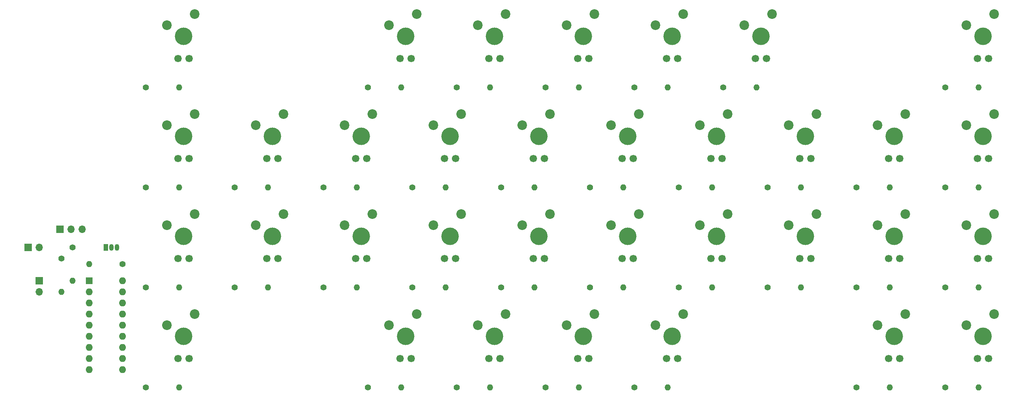
<source format=gbr>
%TF.GenerationSoftware,KiCad,Pcbnew,6.0.6-3a73a75311~116~ubuntu20.04.1*%
%TF.CreationDate,2022-07-30T23:38:09+12:00*%
%TF.ProjectId,keyboard,6b657962-6f61-4726-942e-6b696361645f,1*%
%TF.SameCoordinates,Original*%
%TF.FileFunction,Soldermask,Bot*%
%TF.FilePolarity,Negative*%
%FSLAX46Y46*%
G04 Gerber Fmt 4.6, Leading zero omitted, Abs format (unit mm)*
G04 Created by KiCad (PCBNEW 6.0.6-3a73a75311~116~ubuntu20.04.1) date 2022-07-30 23:38:09*
%MOMM*%
%LPD*%
G01*
G04 APERTURE LIST*
%ADD10C,1.400000*%
%ADD11O,1.400000X1.400000*%
%ADD12C,4.000000*%
%ADD13C,2.200000*%
%ADD14C,1.690600*%
%ADD15R,1.700000X1.700000*%
%ADD16O,1.700000X1.700000*%
%ADD17R,1.600000X1.600000*%
%ADD18O,1.600000X1.600000*%
%ADD19R,1.050000X1.500000*%
%ADD20O,1.050000X1.500000*%
G04 APERTURE END LIST*
D10*
%TO.C,R13*%
X187960000Y-201930000D03*
D11*
X195580000Y-201930000D03*
%TD*%
D10*
%TO.C,R10*%
X167640000Y-179070000D03*
D11*
X175260000Y-179070000D03*
%TD*%
D12*
%TO.C,U19*%
X277850000Y-167410000D03*
D13*
X274040000Y-164870000D03*
X280390000Y-162330000D03*
D14*
X276580000Y-172490000D03*
X279120000Y-172490000D03*
%TD*%
D12*
%TO.C,U16*%
X257530000Y-167410000D03*
D13*
X253720000Y-164870000D03*
X260070000Y-162330000D03*
D14*
X256260000Y-172490000D03*
X258800000Y-172490000D03*
%TD*%
D10*
%TO.C,R16*%
X228600000Y-179070000D03*
D11*
X236220000Y-179070000D03*
%TD*%
D10*
%TO.C,R32*%
X289560000Y-224790000D03*
D11*
X297180000Y-224790000D03*
%TD*%
D10*
%TO.C,R37*%
X177800000Y-156210000D03*
D11*
X185420000Y-156210000D03*
%TD*%
D12*
%TO.C,U14*%
X216890000Y-190270000D03*
D13*
X213080000Y-187730000D03*
X219430000Y-185190000D03*
D14*
X215620000Y-195350000D03*
X218160000Y-195350000D03*
%TD*%
D12*
%TO.C,U29*%
X115290000Y-213130000D03*
D13*
X111480000Y-210590000D03*
X117830000Y-208050000D03*
D14*
X114020000Y-218210000D03*
X116560000Y-218210000D03*
%TD*%
D10*
%TO.C,R29*%
X289560000Y-156210000D03*
D11*
X297180000Y-156210000D03*
%TD*%
D10*
%TO.C,R20*%
X269240000Y-179070000D03*
D11*
X276860000Y-179070000D03*
%TD*%
D10*
%TO.C,R19*%
X248920000Y-201930000D03*
D11*
X256540000Y-201930000D03*
%TD*%
D10*
%TO.C,R35*%
X238760000Y-156210000D03*
D11*
X246380000Y-156210000D03*
%TD*%
D12*
%TO.C,U17*%
X237210000Y-190270000D03*
D13*
X233400000Y-187730000D03*
X239750000Y-185190000D03*
D14*
X235940000Y-195350000D03*
X238480000Y-195350000D03*
%TD*%
D10*
%TO.C,R24*%
X157480000Y-224790000D03*
D11*
X165100000Y-224790000D03*
%TD*%
D12*
%TO.C,U23*%
X166090000Y-213130000D03*
D13*
X162280000Y-210590000D03*
X168630000Y-208050000D03*
D14*
X164820000Y-218210000D03*
X167360000Y-218210000D03*
%TD*%
D15*
%TO.C,J1*%
X82270000Y-200430000D03*
D16*
X82270000Y-202970000D03*
%TD*%
D12*
%TO.C,U32*%
X206730000Y-144550000D03*
D13*
X202920000Y-142010000D03*
X209270000Y-139470000D03*
D14*
X205460000Y-149630000D03*
X208000000Y-149630000D03*
%TD*%
D10*
%TO.C,R31*%
X269240000Y-224790000D03*
D11*
X276860000Y-224790000D03*
%TD*%
D10*
%TO.C,R3*%
X87350000Y-195350000D03*
D11*
X87350000Y-202970000D03*
%TD*%
D12*
%TO.C,U22*%
X298170000Y-190270000D03*
D13*
X294360000Y-187730000D03*
X300710000Y-185190000D03*
D14*
X296900000Y-195350000D03*
X299440000Y-195350000D03*
%TD*%
D10*
%TO.C,R21*%
X269240000Y-201930000D03*
D11*
X276860000Y-201930000D03*
%TD*%
D12*
%TO.C,U24*%
X186410000Y-213130000D03*
D13*
X182600000Y-210590000D03*
X188950000Y-208050000D03*
D14*
X185140000Y-218210000D03*
X187680000Y-218210000D03*
%TD*%
D12*
%TO.C,U27*%
X115290000Y-144550000D03*
D13*
X111480000Y-142010000D03*
X117830000Y-139470000D03*
D14*
X114020000Y-149630000D03*
X116560000Y-149630000D03*
%TD*%
D12*
%TO.C,U3*%
X115290000Y-167410000D03*
D13*
X111480000Y-164870000D03*
X117830000Y-162330000D03*
D14*
X114020000Y-172490000D03*
X116560000Y-172490000D03*
%TD*%
D15*
%TO.C,SW1*%
X79730000Y-192810000D03*
D16*
X82270000Y-192810000D03*
%TD*%
D12*
%TO.C,U21*%
X298170000Y-167410000D03*
D13*
X294360000Y-164870000D03*
X300710000Y-162330000D03*
D14*
X296900000Y-172490000D03*
X299440000Y-172490000D03*
%TD*%
D10*
%TO.C,R15*%
X208280000Y-201930000D03*
D11*
X215900000Y-201930000D03*
%TD*%
D10*
%TO.C,R2*%
X89890000Y-192810000D03*
D11*
X89890000Y-200430000D03*
%TD*%
D12*
%TO.C,U18*%
X257530000Y-190270000D03*
D13*
X253720000Y-187730000D03*
X260070000Y-185190000D03*
D14*
X256260000Y-195350000D03*
X258800000Y-195350000D03*
%TD*%
D10*
%TO.C,R18*%
X228600000Y-201930000D03*
D11*
X236220000Y-201930000D03*
%TD*%
D12*
%TO.C,U9*%
X176250000Y-167410000D03*
D13*
X172440000Y-164870000D03*
X178790000Y-162330000D03*
D14*
X174980000Y-172490000D03*
X177520000Y-172490000D03*
%TD*%
D12*
%TO.C,U11*%
X176250000Y-190270000D03*
D13*
X172440000Y-187730000D03*
X178790000Y-185190000D03*
D14*
X174980000Y-195350000D03*
X177520000Y-195350000D03*
%TD*%
D12*
%TO.C,U13*%
X216890000Y-167410000D03*
D13*
X213080000Y-164870000D03*
X219430000Y-162330000D03*
D14*
X215620000Y-172490000D03*
X218160000Y-172490000D03*
%TD*%
D10*
%TO.C,R30*%
X106680000Y-224790000D03*
D11*
X114300000Y-224790000D03*
%TD*%
D10*
%TO.C,R28*%
X106680000Y-156210000D03*
D11*
X114300000Y-156210000D03*
%TD*%
D10*
%TO.C,R36*%
X157480000Y-156210000D03*
D11*
X165100000Y-156210000D03*
%TD*%
D10*
%TO.C,R5*%
X127000000Y-179070000D03*
D11*
X134620000Y-179070000D03*
%TD*%
D10*
%TO.C,R22*%
X289560000Y-179070000D03*
D11*
X297180000Y-179070000D03*
%TD*%
D10*
%TO.C,R25*%
X177800000Y-224790000D03*
D11*
X185420000Y-224790000D03*
%TD*%
D10*
%TO.C,R23*%
X289560000Y-201930000D03*
D11*
X297180000Y-201930000D03*
%TD*%
D10*
%TO.C,R11*%
X187960000Y-179070000D03*
D11*
X195580000Y-179070000D03*
%TD*%
D10*
%TO.C,R12*%
X167640000Y-201930000D03*
D11*
X175260000Y-201930000D03*
%TD*%
D10*
%TO.C,R7*%
X127000000Y-201930000D03*
D11*
X134620000Y-201930000D03*
%TD*%
D10*
%TO.C,R34*%
X218440000Y-156210000D03*
D11*
X226060000Y-156210000D03*
%TD*%
D10*
%TO.C,R6*%
X106680000Y-201930000D03*
D11*
X114300000Y-201930000D03*
%TD*%
D12*
%TO.C,U25*%
X206730000Y-213130000D03*
D13*
X202920000Y-210590000D03*
X209270000Y-208050000D03*
D14*
X205460000Y-218210000D03*
X208000000Y-218210000D03*
%TD*%
D12*
%TO.C,U10*%
X196570000Y-167410000D03*
D13*
X192760000Y-164870000D03*
X199110000Y-162330000D03*
D14*
X195300000Y-172490000D03*
X197840000Y-172490000D03*
%TD*%
D12*
%TO.C,U4*%
X135610000Y-167410000D03*
D13*
X131800000Y-164870000D03*
X138150000Y-162330000D03*
D14*
X134340000Y-172490000D03*
X136880000Y-172490000D03*
%TD*%
D12*
%TO.C,U30*%
X277850000Y-213130000D03*
D13*
X274040000Y-210590000D03*
X280390000Y-208050000D03*
D14*
X276580000Y-218210000D03*
X279120000Y-218210000D03*
%TD*%
D12*
%TO.C,U15*%
X237210000Y-167410000D03*
D13*
X233400000Y-164870000D03*
X239750000Y-162330000D03*
D14*
X235940000Y-172490000D03*
X238480000Y-172490000D03*
%TD*%
D10*
%TO.C,R8*%
X147320000Y-179070000D03*
D11*
X154940000Y-179070000D03*
%TD*%
D10*
%TO.C,R1*%
X101320000Y-196620000D03*
D11*
X93700000Y-196620000D03*
%TD*%
D12*
%TO.C,U31*%
X298170000Y-213130000D03*
D13*
X294360000Y-210590000D03*
X300710000Y-208050000D03*
D14*
X296900000Y-218210000D03*
X299440000Y-218210000D03*
%TD*%
D10*
%TO.C,R4*%
X106680000Y-179070000D03*
D11*
X114300000Y-179070000D03*
%TD*%
D12*
%TO.C,U20*%
X277850000Y-190270000D03*
D13*
X274040000Y-187730000D03*
X280390000Y-185190000D03*
D14*
X276580000Y-195350000D03*
X279120000Y-195350000D03*
%TD*%
D12*
%TO.C,U7*%
X155930000Y-167410000D03*
D13*
X152120000Y-164870000D03*
X158470000Y-162330000D03*
D14*
X154660000Y-172490000D03*
X157200000Y-172490000D03*
%TD*%
D12*
%TO.C,U12*%
X196570000Y-190270000D03*
D13*
X192760000Y-187730000D03*
X199110000Y-185190000D03*
D14*
X195300000Y-195350000D03*
X197840000Y-195350000D03*
%TD*%
D12*
%TO.C,U28*%
X298170000Y-144550000D03*
D13*
X294360000Y-142010000D03*
X300710000Y-139470000D03*
D14*
X296900000Y-149630000D03*
X299440000Y-149630000D03*
%TD*%
D12*
%TO.C,U33*%
X227050000Y-144550000D03*
D13*
X223240000Y-142010000D03*
X229590000Y-139470000D03*
D14*
X225780000Y-149630000D03*
X228320000Y-149630000D03*
%TD*%
D12*
%TO.C,U26*%
X227050000Y-213130000D03*
D13*
X223240000Y-210590000D03*
X229590000Y-208050000D03*
D14*
X225780000Y-218210000D03*
X228320000Y-218210000D03*
%TD*%
D10*
%TO.C,R9*%
X147320000Y-201930000D03*
D11*
X154940000Y-201930000D03*
%TD*%
D12*
%TO.C,U35*%
X166090000Y-144550000D03*
D13*
X162280000Y-142010000D03*
X168630000Y-139470000D03*
D14*
X164820000Y-149630000D03*
X167360000Y-149630000D03*
%TD*%
D17*
%TO.C,U2*%
X93710000Y-200440000D03*
D18*
X93710000Y-202980000D03*
X93710000Y-205520000D03*
X93710000Y-208060000D03*
X93710000Y-210600000D03*
X93710000Y-213140000D03*
X93710000Y-215680000D03*
X93710000Y-218220000D03*
X93710000Y-220760000D03*
X101330000Y-220760000D03*
X101330000Y-218220000D03*
X101330000Y-215680000D03*
X101330000Y-213140000D03*
X101330000Y-210600000D03*
X101330000Y-208060000D03*
X101330000Y-205520000D03*
X101330000Y-202980000D03*
X101330000Y-200440000D03*
%TD*%
D10*
%TO.C,R14*%
X208280000Y-179070000D03*
D11*
X215900000Y-179070000D03*
%TD*%
D10*
%TO.C,R27*%
X218440000Y-224790000D03*
D11*
X226060000Y-224790000D03*
%TD*%
D15*
%TO.C,J2*%
X86995000Y-188595000D03*
D16*
X89535000Y-188595000D03*
X92075000Y-188595000D03*
%TD*%
D19*
%TO.C,Q1*%
X97510000Y-192810000D03*
D20*
X98780000Y-192810000D03*
X100050000Y-192810000D03*
%TD*%
D10*
%TO.C,R26*%
X198120000Y-224790000D03*
D11*
X205740000Y-224790000D03*
%TD*%
D12*
%TO.C,U36*%
X186410000Y-144550000D03*
D13*
X182600000Y-142010000D03*
X188950000Y-139470000D03*
D14*
X185140000Y-149630000D03*
X187680000Y-149630000D03*
%TD*%
D12*
%TO.C,U34*%
X247370000Y-144550000D03*
D13*
X243560000Y-142010000D03*
X249910000Y-139470000D03*
D14*
X246100000Y-149630000D03*
X248640000Y-149630000D03*
%TD*%
D10*
%TO.C,R17*%
X248920000Y-179070000D03*
D11*
X256540000Y-179070000D03*
%TD*%
D10*
%TO.C,R33*%
X198120000Y-156210000D03*
D11*
X205740000Y-156210000D03*
%TD*%
D12*
%TO.C,U6*%
X135610000Y-190270000D03*
D13*
X131800000Y-187730000D03*
X138150000Y-185190000D03*
D14*
X134340000Y-195350000D03*
X136880000Y-195350000D03*
%TD*%
D12*
%TO.C,U8*%
X155930000Y-190270000D03*
D13*
X152120000Y-187730000D03*
X158470000Y-185190000D03*
D14*
X154660000Y-195350000D03*
X157200000Y-195350000D03*
%TD*%
D12*
%TO.C,U5*%
X115290000Y-190270000D03*
D13*
X111480000Y-187730000D03*
X117830000Y-185190000D03*
D14*
X114020000Y-195350000D03*
X116560000Y-195350000D03*
%TD*%
M02*

</source>
